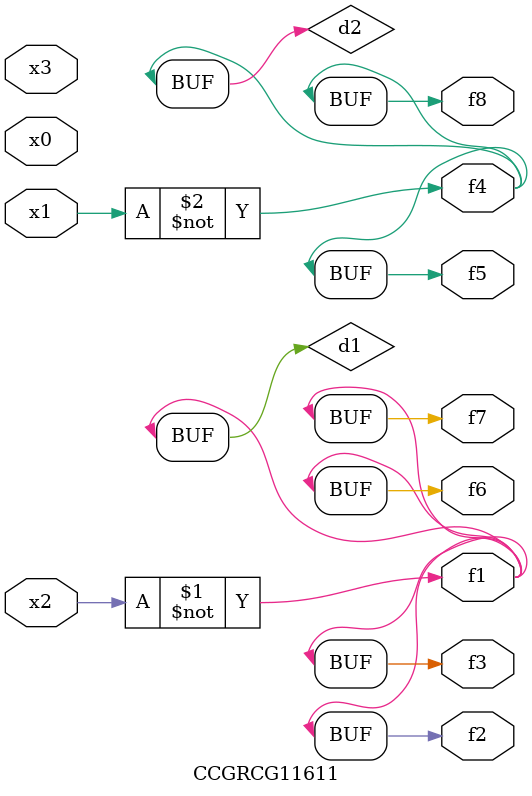
<source format=v>
module CCGRCG11611(
	input x0, x1, x2, x3,
	output f1, f2, f3, f4, f5, f6, f7, f8
);

	wire d1, d2;

	xnor (d1, x2);
	not (d2, x1);
	assign f1 = d1;
	assign f2 = d1;
	assign f3 = d1;
	assign f4 = d2;
	assign f5 = d2;
	assign f6 = d1;
	assign f7 = d1;
	assign f8 = d2;
endmodule

</source>
